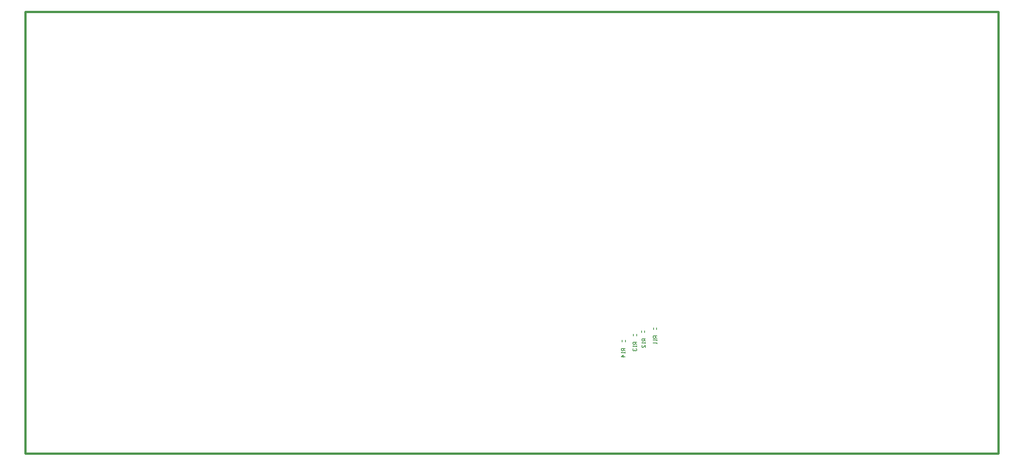
<source format=gbo>
%FSTAX23Y23*%
%MOIN*%
%SFA1B1*%

%IPPOS*%
%ADD31C,0.020000*%
%ADD57C,0.007874*%
%ADD60C,0.005905*%
%LNeurocard_vme_3u_(3.937_x_8.660_inches)-1*%
%LPD*%
G54D31*
X04Y06D02*
Y09937D01*
X1266Y06D02*
Y09937D01*
X04D02*
X1266D01*
X04Y06D02*
X1266D01*
G54D57*
X09411Y07052D02*
Y07067D01*
X09438Y07052D02*
Y07067D01*
X09484Y07082D02*
Y07097D01*
X09511Y07082D02*
Y07097D01*
X0959Y07109D02*
Y07124D01*
X09617Y07109D02*
Y07124D01*
X09311Y06999D02*
Y07014D01*
X09338Y06999D02*
Y07014D01*
G54D60*
X09335Y06939D02*
X09303D01*
Y06923*
X09308Y06918*
X09319*
X09324Y06923*
Y06939*
Y06928D02*
X09335Y06918D01*
Y06907D02*
Y06897D01*
Y06902*
X09303*
X09308Y06907*
X09335Y06865D02*
X09303D01*
X09319Y06881*
Y0686*
X09438Y06996D02*
X09406D01*
Y0698*
X09411Y06975*
X09422*
X09427Y0698*
Y06996*
Y06985D02*
X09438Y06975D01*
Y06964D02*
Y06954D01*
Y06959*
X09406*
X09411Y06964*
Y06938D02*
X09406Y06933D01*
Y06922*
X09411Y06917*
X09417*
X09422Y06922*
Y06927*
Y06922*
X09427Y06917*
X09432*
X09438Y06922*
Y06933*
X09432Y06938*
X09517Y07026D02*
X09485D01*
Y0701*
X0949Y07005*
X09501*
X09506Y0701*
Y07026*
Y07015D02*
X09517Y07005D01*
Y06994D02*
Y06984D01*
Y06989*
X09485*
X0949Y06994*
X09517Y06947D02*
Y06968D01*
X09496Y06947*
X0949*
X09485Y06952*
Y06963*
X0949Y06968*
X09618Y0705D02*
X09586D01*
Y07034*
X09591Y07029*
X09602*
X09607Y07034*
Y0705*
Y07039D02*
X09618Y07029D01*
Y07018D02*
Y07008D01*
Y07013*
X09586*
X09591Y07018*
X09618Y06992D02*
Y06981D01*
Y06987*
X09586*
X09591Y06992*
M02*
</source>
